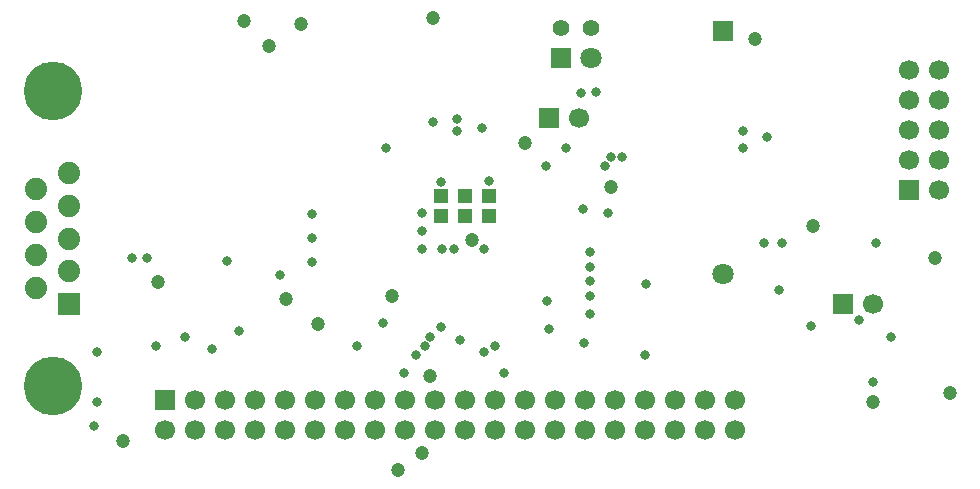
<source format=gbs>
%FSLAX42Y42*%
%MOMM*%
G71*
G01*
G75*
%ADD10C,0.20*%
%ADD11R,1.50X1.30*%
%ADD12R,0.30X1.45*%
%ADD13R,1.30X1.50*%
%ADD14C,1.00*%
%ADD15R,1.55X0.60*%
%ADD16R,1.80X1.60*%
%ADD17R,0.85X1.00*%
%ADD18R,1.80X0.60*%
%ADD19R,5.50X1.50*%
%ADD20R,1.45X0.30*%
%ADD21R,0.60X2.00*%
%ADD22R,3.00X3.00*%
%ADD23R,1.00X1.10*%
%ADD24R,0.60X2.20*%
%ADD25R,1.10X1.00*%
%ADD26R,1.80X2.15*%
%ADD27R,2.15X1.80*%
%ADD28R,0.60X2.25*%
%ADD29C,1.00*%
%ADD30C,0.25*%
%ADD31C,0.40*%
%ADD32C,0.50*%
%ADD33C,0.30*%
%ADD34C,0.25*%
%ADD35R,1.50X1.50*%
%ADD36C,1.50*%
%ADD37R,1.60X1.60*%
%ADD38C,1.60*%
%ADD39C,1.20*%
%ADD40C,4.76*%
%ADD41R,1.69X1.69*%
%ADD42C,1.69*%
%ADD43C,0.60*%
%ADD44R,2.80X0.65*%
%ADD45R,0.65X2.80*%
%ADD46R,1.70X1.50*%
%ADD47R,0.50X1.65*%
%ADD48R,1.50X1.70*%
%ADD49C,1.20*%
%ADD50R,1.75X0.80*%
%ADD51R,2.00X1.80*%
%ADD52R,1.05X1.20*%
%ADD53R,2.00X0.80*%
%ADD54R,5.70X1.70*%
%ADD55R,1.65X0.50*%
%ADD56R,0.80X2.20*%
%ADD57R,3.20X3.20*%
%ADD58R,1.20X1.30*%
%ADD59R,0.80X2.40*%
%ADD60R,1.30X1.20*%
%ADD61R,2.00X2.35*%
%ADD62R,2.35X2.00*%
%ADD63R,0.80X2.45*%
%ADD64R,1.70X1.70*%
%ADD65C,1.70*%
%ADD66R,1.80X1.80*%
%ADD67C,1.80*%
%ADD68C,1.40*%
%ADD69C,4.96*%
%ADD70R,1.89X1.89*%
%ADD71C,1.89*%
%ADD72C,0.80*%
D49*
X4975Y-1275D02*
D03*
X4525Y-2100D02*
D03*
X4170Y-3250D02*
D03*
X2950Y-2600D02*
D03*
X1575Y-3800D02*
D03*
X3220Y-2810D02*
D03*
X4100Y-3900D02*
D03*
X7925Y-3475D02*
D03*
X8575Y-3400D02*
D03*
X3850Y-2575D02*
D03*
X3900Y-4050D02*
D03*
X4200Y-225D02*
D03*
X3075Y-275D02*
D03*
X2812Y-462D02*
D03*
X2600Y-250D02*
D03*
X8450Y-2250D02*
D03*
X6925Y-400D02*
D03*
X5700Y-1650D02*
D03*
X7410Y-1980D02*
D03*
X1867Y-2453D02*
D03*
D58*
X4267Y-1897D02*
D03*
Y-1727D02*
D03*
X4470Y-1897D02*
D03*
Y-1727D02*
D03*
X4674Y-1897D02*
D03*
Y-1727D02*
D03*
D64*
X5182Y-1067D02*
D03*
X1930Y-3454D02*
D03*
X7671Y-2642D02*
D03*
X8230Y-1676D02*
D03*
D65*
X5436Y-1067D02*
D03*
X1930Y-3708D02*
D03*
X2184D02*
D03*
X2438D02*
D03*
X2692D02*
D03*
X2946D02*
D03*
X3200Y-3454D02*
D03*
Y-3708D02*
D03*
X3454Y-3454D02*
D03*
Y-3708D02*
D03*
X3708Y-3454D02*
D03*
Y-3708D02*
D03*
X3962Y-3454D02*
D03*
Y-3708D02*
D03*
X4216Y-3454D02*
D03*
Y-3708D02*
D03*
X4470Y-3454D02*
D03*
Y-3708D02*
D03*
X4724Y-3454D02*
D03*
Y-3708D02*
D03*
X4978Y-3454D02*
D03*
Y-3708D02*
D03*
X5232Y-3454D02*
D03*
Y-3708D02*
D03*
X5486Y-3454D02*
D03*
Y-3708D02*
D03*
X5740Y-3454D02*
D03*
Y-3708D02*
D03*
X5994Y-3454D02*
D03*
Y-3708D02*
D03*
X6248Y-3454D02*
D03*
Y-3708D02*
D03*
X6502Y-3454D02*
D03*
Y-3708D02*
D03*
X6756Y-3454D02*
D03*
Y-3708D02*
D03*
X2184Y-3454D02*
D03*
X2438D02*
D03*
X2692D02*
D03*
X2946D02*
D03*
X7925Y-2642D02*
D03*
X8484Y-1676D02*
D03*
X8230Y-1422D02*
D03*
X8484D02*
D03*
X8230Y-1168D02*
D03*
X8484D02*
D03*
X8230Y-914D02*
D03*
X8484D02*
D03*
X8230Y-660D02*
D03*
X8484D02*
D03*
D66*
X6655Y-328D02*
D03*
X5283Y-559D02*
D03*
D67*
X6655Y-2388D02*
D03*
X5537Y-559D02*
D03*
D68*
Y-305D02*
D03*
X5283D02*
D03*
D69*
X976Y-838D02*
D03*
Y-3337D02*
D03*
D70*
X1118Y-2642D02*
D03*
D71*
X834Y-2503D02*
D03*
X1118Y-2365D02*
D03*
X834Y-2226D02*
D03*
X1118Y-2088D02*
D03*
X834Y-1949D02*
D03*
X1118Y-1811D02*
D03*
X834Y-1672D02*
D03*
X1118Y-1534D02*
D03*
D72*
X6825Y-1175D02*
D03*
X4615Y-1150D02*
D03*
X5447Y-853D02*
D03*
X8075Y-2925D02*
D03*
X7800Y-2775D02*
D03*
X5575Y-850D02*
D03*
X4630Y-3050D02*
D03*
X4725Y-3000D02*
D03*
X4175Y-2925D02*
D03*
X4125Y-3000D02*
D03*
X4050Y-3075D02*
D03*
X4265Y-2840D02*
D03*
X4800Y-3225D02*
D03*
X4425Y-2950D02*
D03*
X3800Y-1325D02*
D03*
X5163Y-2613D02*
D03*
X5475Y-2975D02*
D03*
X5994Y-3075D02*
D03*
X5175Y-2850D02*
D03*
X5525Y-2450D02*
D03*
X1350Y-3475D02*
D03*
Y-3050D02*
D03*
X2550Y-2875D02*
D03*
X2100Y-2925D02*
D03*
X1850Y-3000D02*
D03*
X1325Y-3675D02*
D03*
X2325Y-3025D02*
D03*
X2900Y-2400D02*
D03*
X3550Y-3000D02*
D03*
X4100Y-1875D02*
D03*
X3175Y-2083D02*
D03*
X4100Y-2025D02*
D03*
X3175Y-2286D02*
D03*
X4100Y-2175D02*
D03*
X4267Y-1608D02*
D03*
X4674Y-1601D02*
D03*
X2450Y-2275D02*
D03*
X6825Y-1325D02*
D03*
X7025Y-1225D02*
D03*
X7150Y-2125D02*
D03*
X7000D02*
D03*
X3175Y-1880D02*
D03*
X3950Y-3225D02*
D03*
X4625Y-2175D02*
D03*
X1650Y-2250D02*
D03*
X4275Y-2175D02*
D03*
X4375D02*
D03*
X1775Y-2250D02*
D03*
X3775Y-2800D02*
D03*
X5466Y-1834D02*
D03*
X5150Y-1475D02*
D03*
X5675Y-1875D02*
D03*
X5650Y-1475D02*
D03*
X5325Y-1325D02*
D03*
X5700Y-1400D02*
D03*
X5800D02*
D03*
X4200Y-1100D02*
D03*
X4400Y-1075D02*
D03*
Y-1175D02*
D03*
X7925Y-3300D02*
D03*
X5525Y-2575D02*
D03*
Y-2725D02*
D03*
Y-2325D02*
D03*
X6000Y-2475D02*
D03*
X7400Y-2825D02*
D03*
X5525Y-2200D02*
D03*
X7125Y-2525D02*
D03*
X7950Y-2125D02*
D03*
M02*

</source>
